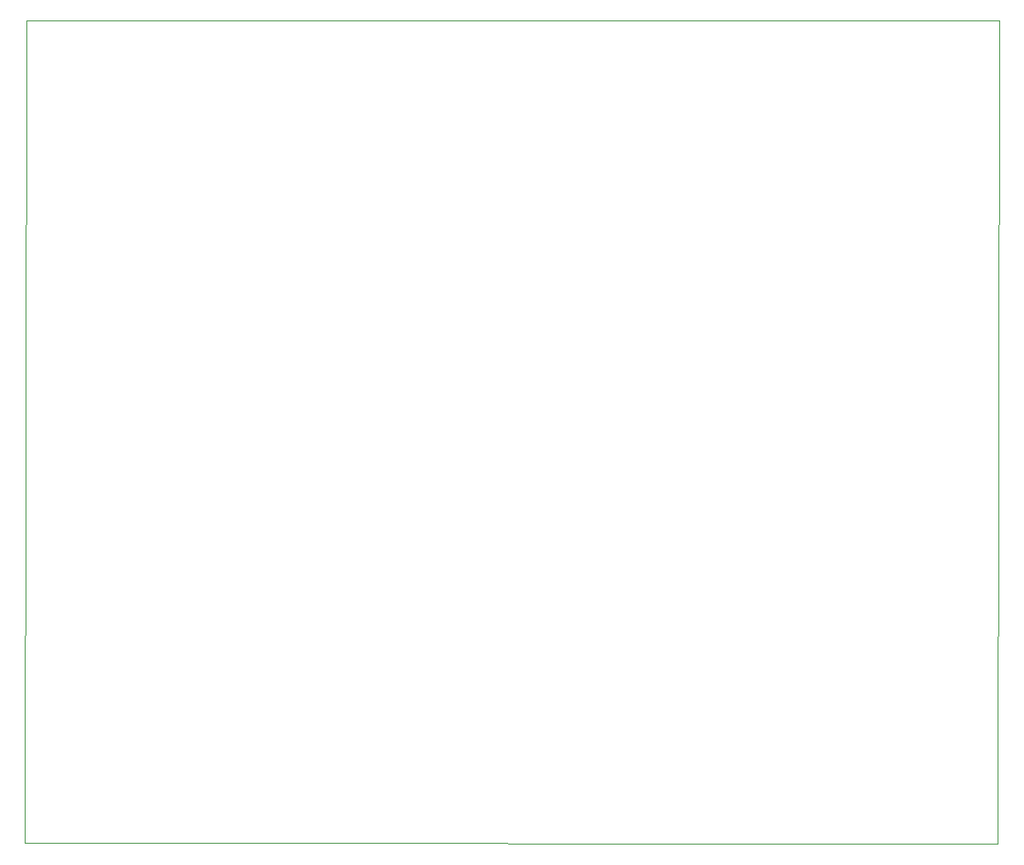
<source format=gbr>
G04 #@! TF.GenerationSoftware,KiCad,Pcbnew,(5.0.2)-1*
G04 #@! TF.CreationDate,2019-02-17T16:43:36+01:00*
G04 #@! TF.ProjectId,_saved_lasergame vs,5f736176-6564-45f6-9c61-73657267616d,rev?*
G04 #@! TF.SameCoordinates,Original*
G04 #@! TF.FileFunction,Profile,NP*
%FSLAX46Y46*%
G04 Gerber Fmt 4.6, Leading zero omitted, Abs format (unit mm)*
G04 Created by KiCad (PCBNEW (5.0.2)-1) date 17/02/2019 16:43:36*
%MOMM*%
%LPD*%
G01*
G04 APERTURE LIST*
%ADD10C,0.100000*%
G04 APERTURE END LIST*
D10*
X197650000Y-62090000D02*
X101020000Y-62070000D01*
X197520000Y-143860000D02*
X197650000Y-62090000D01*
X100890000Y-143780000D02*
X197520000Y-143860000D01*
X101020000Y-62080000D02*
X100890000Y-143780000D01*
M02*

</source>
